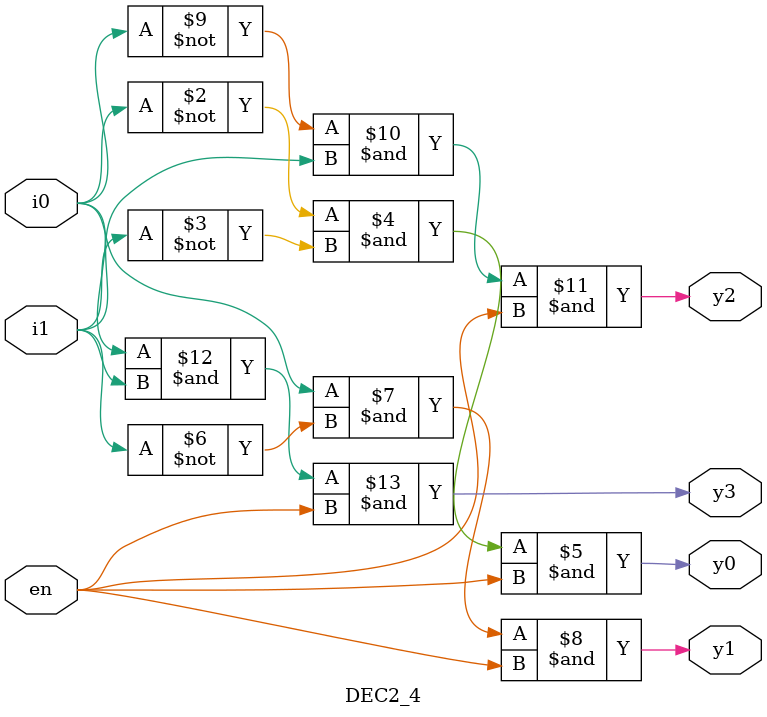
<source format=v>
`timescale 1ns / 1ps


module DEC2_4(
    input i0,
    input i1,
    input en,
    output reg y0,
    output reg y1,
    output reg y2,
    output reg y3
    );
    
    always@(i0 or i1 or en) begin 
        y0 = (~i0)&(~i1)&en;
        y1 = (i0)&(~i1)&en;
        y2 = (~i0)&(i1)&en;
        y3 = (i0)&(i1)&en;
    end
    
endmodule

</source>
